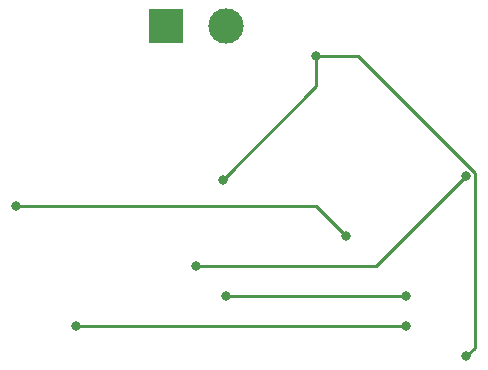
<source format=gbr>
%TF.GenerationSoftware,KiCad,Pcbnew,(6.0.10)*%
%TF.CreationDate,2023-02-17T15:36:48-08:00*%
%TF.ProjectId,Exercise 2,45786572-6369-4736-9520-322e6b696361,rev?*%
%TF.SameCoordinates,Original*%
%TF.FileFunction,Copper,L2,Bot*%
%TF.FilePolarity,Positive*%
%FSLAX46Y46*%
G04 Gerber Fmt 4.6, Leading zero omitted, Abs format (unit mm)*
G04 Created by KiCad (PCBNEW (6.0.10)) date 2023-02-17 15:36:48*
%MOMM*%
%LPD*%
G01*
G04 APERTURE LIST*
%TA.AperFunction,ComponentPad*%
%ADD10R,3.000000X3.000000*%
%TD*%
%TA.AperFunction,ComponentPad*%
%ADD11C,3.000000*%
%TD*%
%TA.AperFunction,ViaPad*%
%ADD12C,0.800000*%
%TD*%
%TA.AperFunction,Conductor*%
%ADD13C,0.250000*%
%TD*%
G04 APERTURE END LIST*
D10*
%TO.P,J1,1,Pin_1*%
%TO.N,+9V*%
X139700000Y-53340000D03*
D11*
%TO.P,J1,2,Pin_2*%
%TO.N,GND*%
X144780000Y-53340000D03*
%TD*%
D12*
%TO.N,/pin_2*%
X132080000Y-78740000D03*
X160020000Y-78740000D03*
%TO.N,GND*%
X165100000Y-81280000D03*
X152400000Y-55880000D03*
X144495000Y-66325000D03*
%TO.N,+9V*%
X144780000Y-76200000D03*
X160020000Y-76200000D03*
%TO.N,/pin_7*%
X127000000Y-68580000D03*
X154940000Y-71120000D03*
%TO.N,/pin_3*%
X142240000Y-73660000D03*
X165100000Y-66040000D03*
%TD*%
D13*
%TO.N,/pin_2*%
X132080000Y-78740000D02*
X160020000Y-78740000D01*
%TO.N,GND*%
X165825000Y-65739695D02*
X165825000Y-80555000D01*
X165825000Y-80555000D02*
X165100000Y-81280000D01*
X144495000Y-66325000D02*
X152400000Y-58420000D01*
X152400000Y-55880000D02*
X155965305Y-55880000D01*
X155965305Y-55880000D02*
X165825000Y-65739695D01*
X152400000Y-58420000D02*
X152400000Y-55880000D01*
%TO.N,+9V*%
X144780000Y-76200000D02*
X160020000Y-76200000D01*
%TO.N,/pin_7*%
X152400000Y-68580000D02*
X154940000Y-71120000D01*
X127000000Y-68580000D02*
X152400000Y-68580000D01*
%TO.N,/pin_3*%
X157480000Y-73660000D02*
X165100000Y-66040000D01*
X142240000Y-73660000D02*
X157480000Y-73660000D01*
%TD*%
M02*

</source>
